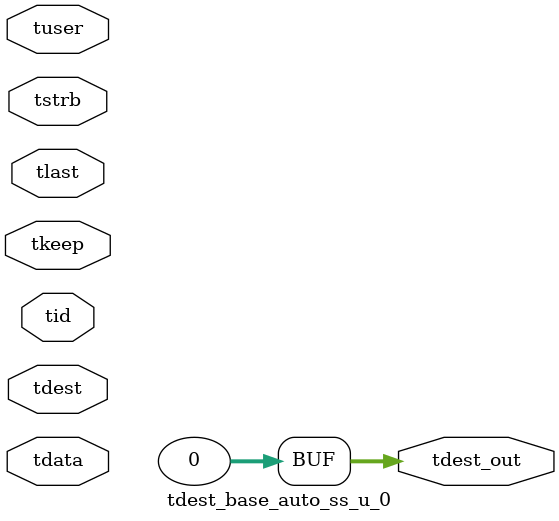
<source format=v>


`timescale 1ps/1ps

module tdest_base_auto_ss_u_0 #
(
parameter C_S_AXIS_TDATA_WIDTH = 32,
parameter C_S_AXIS_TUSER_WIDTH = 0,
parameter C_S_AXIS_TID_WIDTH   = 0,
parameter C_S_AXIS_TDEST_WIDTH = 0,
parameter C_M_AXIS_TDEST_WIDTH = 32
)
(
input  [(C_S_AXIS_TDATA_WIDTH == 0 ? 1 : C_S_AXIS_TDATA_WIDTH)-1:0     ] tdata,
input  [(C_S_AXIS_TUSER_WIDTH == 0 ? 1 : C_S_AXIS_TUSER_WIDTH)-1:0     ] tuser,
input  [(C_S_AXIS_TID_WIDTH   == 0 ? 1 : C_S_AXIS_TID_WIDTH)-1:0       ] tid,
input  [(C_S_AXIS_TDEST_WIDTH == 0 ? 1 : C_S_AXIS_TDEST_WIDTH)-1:0     ] tdest,
input  [(C_S_AXIS_TDATA_WIDTH/8)-1:0 ] tkeep,
input  [(C_S_AXIS_TDATA_WIDTH/8)-1:0 ] tstrb,
input                                                                    tlast,
output [C_M_AXIS_TDEST_WIDTH-1:0] tdest_out
);

assign tdest_out = {1'b0};

endmodule


</source>
